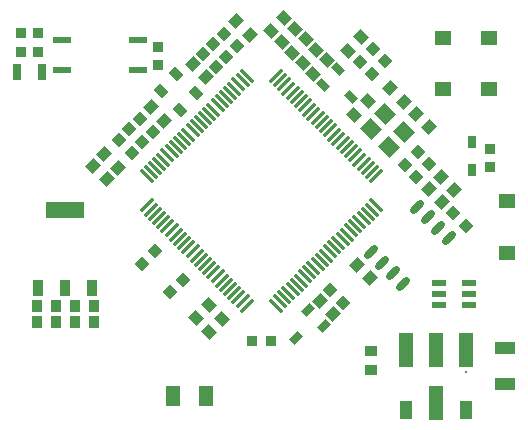
<source format=gbr>
G04*
G04 #@! TF.GenerationSoftware,Altium Limited,Altium Designer,24.0.1 (36)*
G04*
G04 Layer_Color=8421504*
%FSLAX25Y25*%
%MOIN*%
G70*
G04*
G04 #@! TF.SameCoordinates,BD3E70BB-0697-4B71-9AF7-6C14A59E7EE9*
G04*
G04*
G04 #@! TF.FilePolarity,Positive*
G04*
G01*
G75*
G04:AMPARAMS|DCode=20|XSize=35.43mil|YSize=33.47mil|CornerRadius=0mil|HoleSize=0mil|Usage=FLASHONLY|Rotation=225.000|XOffset=0mil|YOffset=0mil|HoleType=Round|Shape=Rectangle|*
%AMROTATEDRECTD20*
4,1,4,0.00070,0.02436,0.02436,0.00070,-0.00070,-0.02436,-0.02436,-0.00070,0.00070,0.02436,0.0*
%
%ADD20ROTATEDRECTD20*%

G04:AMPARAMS|DCode=21|XSize=39.37mil|YSize=35.43mil|CornerRadius=0mil|HoleSize=0mil|Usage=FLASHONLY|Rotation=225.000|XOffset=0mil|YOffset=0mil|HoleType=Round|Shape=Rectangle|*
%AMROTATEDRECTD21*
4,1,4,0.00139,0.02645,0.02645,0.00139,-0.00139,-0.02645,-0.02645,-0.00139,0.00139,0.02645,0.0*
%
%ADD21ROTATEDRECTD21*%

G04:AMPARAMS|DCode=22|XSize=23.62mil|YSize=39.37mil|CornerRadius=0mil|HoleSize=0mil|Usage=FLASHONLY|Rotation=315.000|XOffset=0mil|YOffset=0mil|HoleType=Round|Shape=Rectangle|*
%AMROTATEDRECTD22*
4,1,4,-0.02227,-0.00557,0.00557,0.02227,0.02227,0.00557,-0.00557,-0.02227,-0.02227,-0.00557,0.0*
%
%ADD22ROTATEDRECTD22*%

G04:AMPARAMS|DCode=23|XSize=58.07mil|YSize=11.81mil|CornerRadius=0mil|HoleSize=0mil|Usage=FLASHONLY|Rotation=225.000|XOffset=0mil|YOffset=0mil|HoleType=Round|Shape=Rectangle|*
%AMROTATEDRECTD23*
4,1,4,0.01636,0.02471,0.02471,0.01636,-0.01636,-0.02471,-0.02471,-0.01636,0.01636,0.02471,0.0*
%
%ADD23ROTATEDRECTD23*%

G04:AMPARAMS|DCode=24|XSize=58.07mil|YSize=11.81mil|CornerRadius=0mil|HoleSize=0mil|Usage=FLASHONLY|Rotation=315.000|XOffset=0mil|YOffset=0mil|HoleType=Round|Shape=Rectangle|*
%AMROTATEDRECTD24*
4,1,4,-0.02471,0.01636,-0.01636,0.02471,0.02471,-0.01636,0.01636,-0.02471,-0.02471,0.01636,0.0*
%
%ADD24ROTATEDRECTD24*%

%ADD25R,0.05354X0.04842*%
%ADD26R,0.04724X0.02362*%
%ADD27R,0.03740X0.05709*%
%ADD28R,0.12795X0.05709*%
G04:AMPARAMS|DCode=29|XSize=39.37mil|YSize=35.43mil|CornerRadius=0mil|HoleSize=0mil|Usage=FLASHONLY|Rotation=135.000|XOffset=0mil|YOffset=0mil|HoleType=Round|Shape=Rectangle|*
%AMROTATEDRECTD29*
4,1,4,0.02645,-0.00139,0.00139,-0.02645,-0.02645,0.00139,-0.00139,0.02645,0.02645,-0.00139,0.0*
%
%ADD29ROTATEDRECTD29*%

%ADD30R,0.04528X0.06693*%
%ADD31R,0.02953X0.03937*%
%ADD32R,0.03543X0.03347*%
%ADD33C,0.00787*%
%ADD34R,0.04921X0.11299*%
%ADD35R,0.04134X0.06221*%
G04:AMPARAMS|DCode=36|XSize=23.62mil|YSize=57.09mil|CornerRadius=0mil|HoleSize=0mil|Usage=FLASHONLY|Rotation=135.000|XOffset=0mil|YOffset=0mil|HoleType=Round|Shape=Round|*
%AMOVALD36*
21,1,0.03347,0.02362,0.00000,0.00000,225.0*
1,1,0.02362,0.01183,0.01183*
1,1,0.02362,-0.01183,-0.01183*
%
%ADD36OVALD36*%

G04:AMPARAMS|DCode=37|XSize=23.62mil|YSize=39.37mil|CornerRadius=0mil|HoleSize=0mil|Usage=FLASHONLY|Rotation=45.000|XOffset=0mil|YOffset=0mil|HoleType=Round|Shape=Rectangle|*
%AMROTATEDRECTD37*
4,1,4,0.00557,-0.02227,-0.02227,0.00557,-0.00557,0.02227,0.02227,-0.00557,0.00557,-0.02227,0.0*
%
%ADD37ROTATEDRECTD37*%

G04:AMPARAMS|DCode=38|XSize=55.12mil|YSize=47.24mil|CornerRadius=0mil|HoleSize=0mil|Usage=FLASHONLY|Rotation=135.000|XOffset=0mil|YOffset=0mil|HoleType=Round|Shape=Rectangle|*
%AMROTATEDRECTD38*
4,1,4,0.03619,-0.00278,0.00278,-0.03619,-0.03619,0.00278,-0.00278,0.03619,0.03619,-0.00278,0.0*
%
%ADD38ROTATEDRECTD38*%

G04:AMPARAMS|DCode=39|XSize=35.43mil|YSize=33.47mil|CornerRadius=0mil|HoleSize=0mil|Usage=FLASHONLY|Rotation=135.000|XOffset=0mil|YOffset=0mil|HoleType=Round|Shape=Rectangle|*
%AMROTATEDRECTD39*
4,1,4,0.02436,-0.00070,0.00070,-0.02436,-0.02436,0.00070,-0.00070,0.02436,0.02436,-0.00070,0.0*
%
%ADD39ROTATEDRECTD39*%

G04:AMPARAMS|DCode=40|XSize=39.37mil|YSize=29.53mil|CornerRadius=0mil|HoleSize=0mil|Usage=FLASHONLY|Rotation=135.000|XOffset=0mil|YOffset=0mil|HoleType=Round|Shape=Rectangle|*
%AMROTATEDRECTD40*
4,1,4,0.02436,-0.00348,0.00348,-0.02436,-0.02436,0.00348,-0.00348,0.02436,0.02436,-0.00348,0.0*
%
%ADD40ROTATEDRECTD40*%

%ADD41R,0.03150X0.05512*%
%ADD42R,0.06300X0.02200*%
%ADD43R,0.03543X0.03937*%
%ADD44R,0.03937X0.03543*%
%ADD45R,0.06890X0.03937*%
%ADD46R,0.03347X0.03543*%
D20*
X100758Y131543D02*
D03*
X96443Y135857D02*
D03*
X93958Y124742D02*
D03*
X89643Y129058D02*
D03*
X92943Y132358D02*
D03*
X97258Y128042D02*
D03*
X177215Y71585D02*
D03*
X172900Y75900D02*
D03*
X136357Y46143D02*
D03*
X132043Y50458D02*
D03*
X61476Y100324D02*
D03*
X65791Y96009D02*
D03*
X64976Y103924D02*
D03*
X69291Y99609D02*
D03*
X68476Y107424D02*
D03*
X72791Y103109D02*
D03*
D21*
X132927Y42373D02*
D03*
X128473Y46827D02*
D03*
X164873Y84027D02*
D03*
X169327Y79573D02*
D03*
X164854Y104646D02*
D03*
X160400Y109100D02*
D03*
X156400Y113100D02*
D03*
X151946Y117554D02*
D03*
X86107Y125693D02*
D03*
X90561Y121239D02*
D03*
X173327Y83573D02*
D03*
X168873Y88027D02*
D03*
X145227Y54373D02*
D03*
X140773Y58827D02*
D03*
X105127Y135473D02*
D03*
X100673Y139927D02*
D03*
X72076Y111224D02*
D03*
X76530Y106770D02*
D03*
X56673Y95627D02*
D03*
X61127Y91173D02*
D03*
X57427Y87373D02*
D03*
X52973Y91827D02*
D03*
D22*
X129985Y38396D02*
D03*
X124696Y43685D02*
D03*
X120659Y34359D02*
D03*
D23*
X147245Y88238D02*
D03*
X145853Y89630D02*
D03*
X144461Y91022D02*
D03*
X143069Y92414D02*
D03*
X141677Y93806D02*
D03*
X140285Y95198D02*
D03*
X138893Y96590D02*
D03*
X137501Y97982D02*
D03*
X136109Y99374D02*
D03*
X134718Y100766D02*
D03*
X133326Y102158D02*
D03*
X131934Y103550D02*
D03*
X130542Y104942D02*
D03*
X129150Y106334D02*
D03*
X127758Y107726D02*
D03*
X126366Y109117D02*
D03*
X124974Y110510D02*
D03*
X123582Y111901D02*
D03*
X122190Y113293D02*
D03*
X120798Y114685D02*
D03*
X119406Y116077D02*
D03*
X118014Y117469D02*
D03*
X116622Y118861D02*
D03*
X115230Y120253D02*
D03*
X113838Y121645D02*
D03*
X70755Y78562D02*
D03*
X72147Y77170D02*
D03*
X73539Y75778D02*
D03*
X74931Y74386D02*
D03*
X76323Y72994D02*
D03*
X77715Y71602D02*
D03*
X79107Y70210D02*
D03*
X80499Y68818D02*
D03*
X81890Y67426D02*
D03*
X83283Y66034D02*
D03*
X84674Y64642D02*
D03*
X86066Y63250D02*
D03*
X87458Y61858D02*
D03*
X88850Y60466D02*
D03*
X90242Y59074D02*
D03*
X91634Y57683D02*
D03*
X93026Y56291D02*
D03*
X94418Y54899D02*
D03*
X95810Y53507D02*
D03*
X97202Y52115D02*
D03*
X98594Y50723D02*
D03*
X99986Y49331D02*
D03*
X101378Y47939D02*
D03*
X102770Y46547D02*
D03*
X104162Y45155D02*
D03*
D24*
Y121645D02*
D03*
X102770Y120253D02*
D03*
X101378Y118861D02*
D03*
X99986Y117469D02*
D03*
X98594Y116077D02*
D03*
X97202Y114685D02*
D03*
X95810Y113293D02*
D03*
X94418Y111901D02*
D03*
X93026Y110510D02*
D03*
X91634Y109117D02*
D03*
X90242Y107726D02*
D03*
X88850Y106334D02*
D03*
X87458Y104942D02*
D03*
X86066Y103550D02*
D03*
X84674Y102158D02*
D03*
X83283Y100766D02*
D03*
X81890Y99374D02*
D03*
X80499Y97982D02*
D03*
X79107Y96590D02*
D03*
X77715Y95198D02*
D03*
X76323Y93806D02*
D03*
X74931Y92414D02*
D03*
X73539Y91022D02*
D03*
X72147Y89630D02*
D03*
X70755Y88238D02*
D03*
X113838Y45155D02*
D03*
X115230Y46547D02*
D03*
X116622Y47939D02*
D03*
X118014Y49331D02*
D03*
X119406Y50723D02*
D03*
X120798Y52115D02*
D03*
X122190Y53507D02*
D03*
X123582Y54899D02*
D03*
X124974Y56291D02*
D03*
X126366Y57683D02*
D03*
X127758Y59074D02*
D03*
X129150Y60466D02*
D03*
X130542Y61858D02*
D03*
X131934Y63250D02*
D03*
X133326Y64642D02*
D03*
X134718Y66034D02*
D03*
X136109Y67426D02*
D03*
X137501Y68818D02*
D03*
X138893Y70210D02*
D03*
X140285Y71602D02*
D03*
X141677Y72994D02*
D03*
X143069Y74386D02*
D03*
X144461Y75778D02*
D03*
X145853Y77170D02*
D03*
X147245Y78562D02*
D03*
D25*
X169500Y134502D02*
D03*
Y117298D02*
D03*
X185000Y134402D02*
D03*
Y117198D02*
D03*
X190900Y62698D02*
D03*
Y79902D02*
D03*
D26*
X168279Y45360D02*
D03*
X168279Y49100D02*
D03*
X168279Y52840D02*
D03*
X178121D02*
D03*
X178121Y49100D02*
D03*
X178121Y45360D02*
D03*
D27*
X34584Y51108D02*
D03*
X43600D02*
D03*
X52616D02*
D03*
D28*
X43600Y77092D02*
D03*
D29*
X91573Y36273D02*
D03*
X96027Y40727D02*
D03*
X140000Y108800D02*
D03*
X144454Y113254D02*
D03*
X87073Y40973D02*
D03*
X91527Y45427D02*
D03*
X137773Y130173D02*
D03*
X142227Y134627D02*
D03*
X120300Y137400D02*
D03*
X115846Y132946D02*
D03*
X116727Y141027D02*
D03*
X112273Y136573D02*
D03*
X123800Y133900D02*
D03*
X119346Y129446D02*
D03*
X126373Y122473D02*
D03*
X130827Y126927D02*
D03*
X127327Y130427D02*
D03*
X122873Y125973D02*
D03*
D30*
X90712Y15100D02*
D03*
X79688D02*
D03*
D31*
X179300Y99537D02*
D03*
Y90304D02*
D03*
D32*
X185300Y91421D02*
D03*
Y97523D02*
D03*
X74400Y125349D02*
D03*
Y131451D02*
D03*
X34600Y135923D02*
D03*
Y129821D02*
D03*
X28800Y135937D02*
D03*
Y129835D02*
D03*
D33*
X177268Y22931D02*
D03*
D34*
X167200Y12759D02*
D03*
Y30200D02*
D03*
X177200D02*
D03*
X157200D02*
D03*
D35*
Y10220D02*
D03*
X177200D02*
D03*
D36*
X171489Y67583D02*
D03*
X167954Y71118D02*
D03*
X164418Y74654D02*
D03*
X160883Y78189D02*
D03*
X156317Y52411D02*
D03*
X152782Y55946D02*
D03*
X149246Y59482D02*
D03*
X145711Y63017D02*
D03*
D37*
X134704Y123885D02*
D03*
X129415Y118596D02*
D03*
X138741Y114559D02*
D03*
D38*
X151600Y98000D02*
D03*
X145475Y104125D02*
D03*
X150347Y108997D02*
D03*
X156472Y102872D02*
D03*
D39*
X156800Y91900D02*
D03*
X161115Y96215D02*
D03*
X160643Y88042D02*
D03*
X164957Y92357D02*
D03*
X146158Y130558D02*
D03*
X141842Y126242D02*
D03*
X82758Y53857D02*
D03*
X78443Y49542D02*
D03*
X69342Y58943D02*
D03*
X73658Y63257D02*
D03*
X145843Y122242D02*
D03*
X150157Y126558D02*
D03*
D40*
X87156Y115945D02*
D03*
X80627Y122473D02*
D03*
X82041Y110259D02*
D03*
X75512Y116788D02*
D03*
D41*
X27665Y123100D02*
D03*
X35735Y123100D02*
D03*
D42*
X67900Y133560D02*
D03*
X67900Y123560D02*
D03*
X42700Y123560D02*
D03*
Y133560D02*
D03*
D43*
X46800Y45100D02*
D03*
X53099Y45100D02*
D03*
X46800Y39700D02*
D03*
X53099D02*
D03*
X40450D02*
D03*
X34150D02*
D03*
X40450Y45100D02*
D03*
X34150D02*
D03*
D44*
X145500Y23750D02*
D03*
Y30050D02*
D03*
D45*
X190200Y31004D02*
D03*
Y18996D02*
D03*
D46*
X112151Y33400D02*
D03*
X106049D02*
D03*
M02*

</source>
